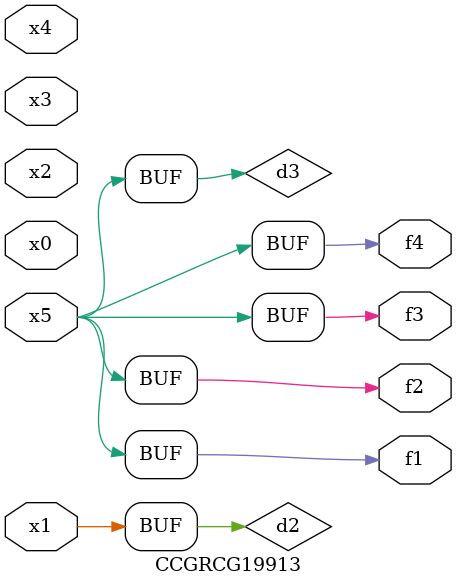
<source format=v>
module CCGRCG19913(
	input x0, x1, x2, x3, x4, x5,
	output f1, f2, f3, f4
);

	wire d1, d2, d3;

	not (d1, x5);
	or (d2, x1);
	xnor (d3, d1);
	assign f1 = d3;
	assign f2 = d3;
	assign f3 = d3;
	assign f4 = d3;
endmodule

</source>
